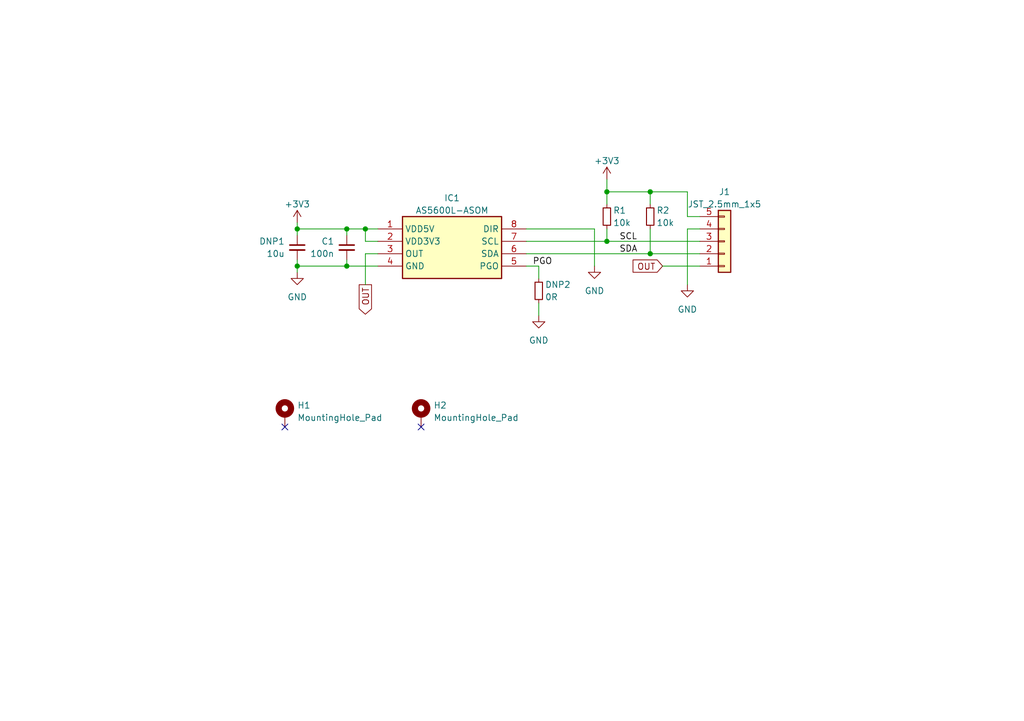
<source format=kicad_sch>
(kicad_sch (version 20230121) (generator eeschema)
  (paper "A5")
  (lib_symbols
    (symbol "AS5600L-ASOM:AS5600L-ASOM"
      (property "Reference" "IC" (at 26.67 7.62 0))
      (property "Value" "AS5600L-ASOM" (at 26.67 5.08 0))
      (symbol "AS5600L-ASOM_1_1"
        (rectangle (start 5.08 2.54) (end 25.4 -10.16) (stroke (width 0.254)) (fill (type background)))
        (pin passive line (at 0 0 0) (length 5.08) (name "VDD5V") (number "1"))
        (pin passive line (at 0 -2.54 0) (length 5.08) (name "VDD3V3") (number "2"))
        (pin passive line (at 0 -5.08 0) (length 5.08) (name "OUT") (number "3"))
        (pin passive line (at 0 -7.62 0) (length 5.08) (name "GND") (number "4"))
        (pin passive line (at 30.48 -7.62 180) (length 5.08) (name "PGO") (number "5"))
        (pin passive line (at 30.48 -5.08 180) (length 5.08) (name "SDA") (number "6"))
        (pin passive line (at 30.48 -2.54 180) (length 5.08) (name "SCL") (number "7"))
        (pin passive line (at 30.48 0 180) (length 5.08) (name "DIR") (number "8"))
      )
    )
    (symbol "Device:C_Small" (pin_numbers hide) (pin_names (offset 0.254) hide)
      (property "Reference" "C" (at 0.254 1.778 0))
      (property "Value" "C_Small" (at 0.254 -2.032 0))
      (symbol "C_Small_0_1"
        (polyline (pts (xy -1.524 -0.508) (xy 1.524 -0.508)) (stroke (width 0.3302)))
        (polyline (pts (xy -1.524 0.508) (xy 1.524 0.508)) (stroke (width 0.3048)))
      )
      (symbol "C_Small_1_1"
        (pin passive line (at 0 2.54 270) (length 2.032) (name "~") (number "1"))
        (pin passive line (at 0 -2.54 90) (length 2.032) (name "~") (number "2"))
      )
    )
    (symbol "Device:R_Small" (pin_numbers hide) (pin_names (offset 0.254) hide)
      (property "Reference" "R" (at 0.762 0.508 0))
      (property "Value" "R_Small" (at 0.762 -1.016 0))
      (symbol "R_Small_0_1"
        (rectangle (start -0.762 1.778) (end 0.762 -1.778) (stroke (width 0.2032)))
      )
      (symbol "R_Small_1_1"
        (pin passive line (at 0 2.54 270) (length 0.762) (name "~") (number "1"))
        (pin passive line (at 0 -2.54 90) (length 0.762) (name "~") (number "2"))
      )
    )
    (symbol "MSL_Symbols:JST_2.5mm_1x5" (pin_names (offset 1.016) hide)
      (property "Reference" "J" (at 0 7.62 0))
      (property "Value" "JST_2.5mm_1x5" (at 0 -7.62 0))
      (symbol "JST_2.5mm_1x5_1_1"
        (rectangle (start -1.27 -4.953) (end 0 -5.207) (stroke (width 0.1524)))
        (rectangle (start -1.27 -2.413) (end 0 -2.667) (stroke (width 0.1524)))
        (rectangle (start -1.27 0.127) (end 0 -0.127) (stroke (width 0.1524)))
        (rectangle (start -1.27 2.667) (end 0 2.413) (stroke (width 0.1524)))
        (rectangle (start -1.27 5.207) (end 0 4.953) (stroke (width 0.1524)))
        (rectangle (start -1.27 6.35) (end 1.27 -6.35) (stroke (width 0.254)) (fill (type background)))
        (pin passive line (at -5.08 5.08 0) (length 3.81) (name "Pin_1") (number "1"))
        (pin passive line (at -5.08 2.54 0) (length 3.81) (name "Pin_2") (number "2"))
        (pin passive line (at -5.08 0 0) (length 3.81) (name "Pin_3") (number "3"))
        (pin passive line (at -5.08 -2.54 0) (length 3.81) (name "Pin_4") (number "4"))
        (pin passive line (at -5.08 -5.08 0) (length 3.81) (name "Pin_5") (number "5"))
      )
    )
    (symbol "Mechanical:MountingHole_Pad" (pin_numbers hide) (pin_names (offset 1.016) hide)
      (property "Reference" "H" (at 0 6.35 0))
      (property "Value" "MountingHole_Pad" (at 0 4.445 0))
      (symbol "MountingHole_Pad_0_1"
        (circle (center 0 1.27) (radius 1.27) (stroke (width 1.27)))
      )
      (symbol "MountingHole_Pad_1_1"
        (pin input line (at 0 -2.54 90) (length 2.54) (name "1") (number "1"))
      )
    )
    (symbol "power:+3V3" (power) (pin_names (offset 0))
      (property "Value" "+3V3" (at 0 3.556 0))
      (symbol "+3V3_0_1"
        (polyline (pts (xy -0.762 1.27) (xy 0 2.54)))
        (polyline (pts (xy 0 0) (xy 0 2.54)))
        (polyline (pts (xy 0 2.54) (xy 0.762 1.27)))
      )
      (symbol "+3V3_1_1"
        (pin power_in line (at 0 0 90) (length 0) hide (name "+3V3") (number "1"))
      )
    )
    (symbol "power:GND" (power) (pin_names (offset 0))
      (property "Value" "GND" (at 0 -3.81 0))
      (symbol "GND_0_1"
        (polyline (pts (xy 0 0) (xy 0 -1.27) (xy 1.27 -1.27) (xy 0 -2.54) (xy -1.27 -1.27) (xy 0 -1.27)))
      )
      (symbol "GND_1_1"
        (pin power_in line (at 0 0 270) (length 0) hide (name "GND") (number "1"))
      )
    )
  )
  (junction (at 124.46 39.37))
  (junction (at 74.93 46.99))
  (junction (at 60.96 54.61))
  (junction (at 133.35 39.37))
  (junction (at 60.96 46.99))
  (junction (at 71.12 46.99))
  (junction (at 133.35 52.07))
  (junction (at 124.46 49.53))
  (junction (at 71.12 54.61))
  (no_connect (at 86.36 87.63))
  (no_connect (at 58.42 87.63))
  (wire (pts (xy 74.93 46.99) (xy 74.93 49.53)))
  (wire (pts (xy 71.12 46.99) (xy 74.93 46.99)))
  (wire (pts (xy 77.47 54.61) (xy 71.12 54.61)))
  (wire (pts (xy 110.49 54.61) (xy 107.95 54.61)))
  (wire (pts (xy 124.46 46.99) (xy 124.46 49.53)))
  (wire (pts (xy 110.49 57.15) (xy 110.49 54.61)))
  (wire (pts (xy 60.96 46.99) (xy 71.12 46.99)))
  (wire (pts (xy 110.49 62.23) (xy 110.49 64.77)))
  (wire (pts (xy 74.93 49.53) (xy 77.47 49.53)))
  (wire (pts (xy 107.95 46.99) (xy 121.92 46.99)))
  (wire (pts (xy 74.93 52.07) (xy 74.93 58.42)))
  (wire (pts (xy 121.92 54.61) (xy 121.92 46.99)))
  (wire (pts (xy 124.46 49.53) (xy 143.51 49.53)))
  (wire (pts (xy 60.96 53.34) (xy 60.96 54.61)))
  (wire (pts (xy 107.95 52.07) (xy 133.35 52.07)))
  (wire (pts (xy 124.46 39.37) (xy 124.46 41.91)))
  (wire (pts (xy 107.95 49.53) (xy 124.46 49.53)))
  (wire (pts (xy 135.89 54.61) (xy 143.51 54.61)))
  (wire (pts (xy 60.96 45.72) (xy 60.96 46.99)))
  (wire (pts (xy 124.46 36.83) (xy 124.46 39.37)))
  (wire (pts (xy 124.46 39.37) (xy 133.35 39.37)))
  (wire (pts (xy 60.96 48.26) (xy 60.96 46.99)))
  (wire (pts (xy 133.35 52.07) (xy 143.51 52.07)))
  (wire (pts (xy 71.12 54.61) (xy 71.12 53.34)))
  (wire (pts (xy 133.35 46.99) (xy 133.35 52.07)))
  (wire (pts (xy 77.47 52.07) (xy 74.93 52.07)))
  (wire (pts (xy 140.97 46.99) (xy 140.97 58.42)))
  (wire (pts (xy 140.97 39.37) (xy 133.35 39.37)))
  (wire (pts (xy 140.97 46.99) (xy 143.51 46.99)))
  (wire (pts (xy 60.96 54.61) (xy 71.12 54.61)))
  (wire (pts (xy 71.12 48.26) (xy 71.12 46.99)))
  (wire (pts (xy 77.47 46.99) (xy 74.93 46.99)))
  (wire (pts (xy 133.35 39.37) (xy 133.35 41.91)))
  (wire (pts (xy 140.97 44.45) (xy 143.51 44.45)))
  (wire (pts (xy 140.97 39.37) (xy 140.97 44.45)))
  (wire (pts (xy 60.96 54.61) (xy 60.96 55.88)))
  (label "SDA" (at 127 52.07 0))
  (label "PGO" (at 109.22 54.61 0))
  (label "SCL" (at 127 49.53 0))
  (global_label "OUT" (shape input) (at 135.89 54.61 180) (property "Intersheetrefs" "${INTERSHEET_REFS}" (effects hide)))
  (global_label "OUT" (shape output) (at 74.93 58.42 270) (property "Intersheetrefs" "${INTERSHEET_REFS}" (effects hide)))
  (symbol (lib_id "Device:R_Small") (at 133.35 44.45 0) (unit 1)
    (property "Reference" "R2" (at 134.62 43.18 0) (effects (justify left)))
    (property "Value" "10k" (at 134.62 45.72 0) (effects (justify left)))
    (property "Footprint" "Resistor_SMD:R_0402_1005Metric" (effects hide))
  )
  (symbol (lib_id "Mechanical:MountingHole_Pad") (at 86.36 85.09 0) (unit 1)
    (property "Reference" "H2" (at 88.9 83.185 0) (effects (justify left)))
    (property "Value" "MountingHole_Pad" (at 88.9 85.725 0) (effects (justify left)))
    (property "Footprint" "MountingHole:MountingHole_3.2mm_M3_DIN965_Pad" (effects hide))
  )
  (symbol (lib_id "MSL_Symbols:JST_2.5mm_1x5") (at 148.59 49.53 0) (mirror x) (unit 1)
    (property "Reference" "J1" (at 148.59 39.37 0))
    (property "Value" "JST_2.5mm_1x5" (at 148.59 41.91 0))
    (property "Footprint" "Connector_JST:JST_XH_B5B-XH-A_1x05_P2.50mm_Vertical" (effects hide))
  )
  (symbol (lib_id "power:+3V3") (at 60.96 45.72 0) (unit 1)
    (property "Reference" "#PWR02" (effects hide))
    (property "Value" "+3V3" (at 60.96 41.91 0))
  )
  (symbol (lib_id "AS5600L-ASOM:AS5600L-ASOM") (at 77.47 46.99 0) (unit 1)
    (property "Reference" "IC1" (at 92.71 40.64 0))
    (property "Value" "AS5600L-ASOM" (at 92.71 43.18 0))
    (property "Footprint" "MSL Footprints:SOIC127P600X175-8N" (effects hide))
    (property "Height" "1.75" (effects hide))
    (property "Mouser Part Number" "985-AS5600L-ASOM" (effects hide))
    (property "Mouser Price/Stock" "https://www.mouser.co.uk/ProductDetail/ams/AS5600L-ASOM?qs=%252BEew9%252B0nqrBunD4f%2FviZXA%3D%3D" (effects hide))
    (property "Manufacturer_Name" "ams" (effects hide))
    (property "Manufacturer_Part_Number" "AS5600L-ASOM" (effects hide))
  )
  (symbol (lib_id "Device:R_Small") (at 124.46 44.45 0) (unit 1)
    (property "Reference" "R1" (at 125.73 43.18 0) (effects (justify left)))
    (property "Value" "10k" (at 125.73 45.72 0) (effects (justify left)))
    (property "Footprint" "Resistor_SMD:R_0402_1005Metric" (effects hide))
  )
  (symbol (lib_id "Device:R_Small") (at 110.49 59.69 0) (unit 1)
    (property "Reference" "DNP2" (at 111.76 58.42 0) (effects (justify left)))
    (property "Value" "0R" (at 111.76 60.96 0) (effects (justify left)))
    (property "Footprint" "Resistor_SMD:R_0402_1005Metric" (effects hide))
  )
  (symbol (lib_id "power:+3V3") (at 124.46 36.83 0) (unit 1)
    (property "Reference" "#PWR07" (effects hide))
    (property "Value" "+3V3" (at 124.46 33.02 0))
  )
  (symbol (lib_id "power:GND") (at 140.97 58.42 0) (unit 1)
    (property "Reference" "#PWR08" (effects hide))
    (property "Value" "GND" (at 140.97 63.5 0))
  )
  (symbol (lib_id "Device:C_Small") (at 71.12 50.8 0) (unit 1)
    (property "Reference" "C1" (at 68.58 49.53 0) (effects (justify right)))
    (property "Value" "100n" (at 68.58 52.07 0) (effects (justify right)))
    (property "Footprint" "Capacitor_SMD:C_0402_1005Metric" (effects hide))
  )
  (symbol (lib_id "power:GND") (at 110.49 64.77 0) (unit 1)
    (property "Reference" "#PWR05" (effects hide))
    (property "Value" "GND" (at 110.49 69.85 0))
  )
  (symbol (lib_id "Mechanical:MountingHole_Pad") (at 58.42 85.09 0) (unit 1)
    (property "Reference" "H1" (at 60.96 83.185 0) (effects (justify left)))
    (property "Value" "MountingHole_Pad" (at 60.96 85.725 0) (effects (justify left)))
    (property "Footprint" "MountingHole:MountingHole_3.2mm_M3_DIN965_Pad" (effects hide))
  )
  (symbol (lib_id "Device:C_Small") (at 60.96 50.8 0) (unit 1)
    (property "Reference" "DNP1" (at 58.42 49.53 0) (effects (justify right)))
    (property "Value" "10u" (at 58.42 52.07 0) (effects (justify right)))
    (property "Footprint" "Capacitor_SMD:C_0402_1005Metric" (effects hide))
  )
  (symbol (lib_id "power:GND") (at 121.92 54.61 0) (unit 1)
    (property "Reference" "#PWR06" (effects hide))
    (property "Value" "GND" (at 121.92 59.69 0))
  )
  (symbol (lib_id "power:GND") (at 60.96 55.88 0) (unit 1)
    (property "Reference" "#PWR03" (effects hide))
    (property "Value" "GND" (at 60.96 60.96 0))
  )
)
</source>
